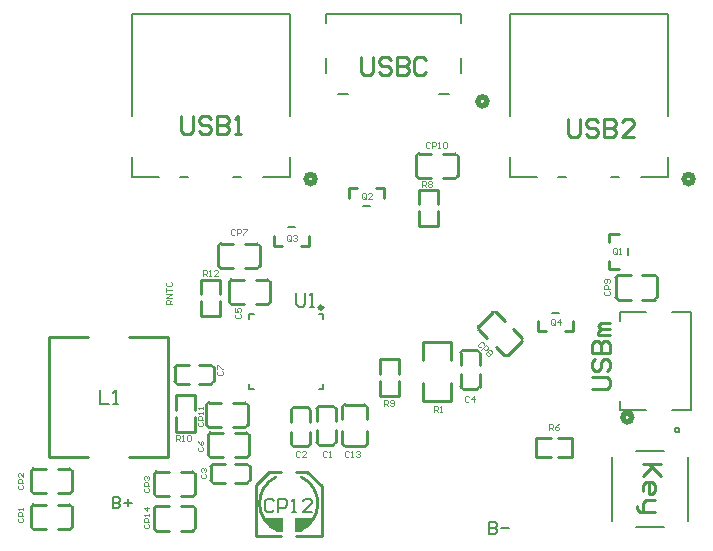
<source format=gbr>
G04*
G04 #@! TF.GenerationSoftware,Altium Limited,Altium Designer,24.3.1 (35)*
G04*
G04 Layer_Color=65535*
%FSLAX44Y44*%
%MOMM*%
G71*
G04*
G04 #@! TF.SameCoordinates,7C1B9C0E-2346-4955-A66A-820B0877C6A1*
G04*
G04*
G04 #@! TF.FilePolarity,Positive*
G04*
G01*
G75*
%ADD10C,0.5080*%
%ADD11C,0.2540*%
%ADD12C,0.3000*%
%ADD13C,0.1524*%
%ADD14C,0.2000*%
%ADD15C,0.1007*%
%ADD16C,0.1000*%
%ADD17C,0.2032*%
G36*
X603250Y430530D02*
X618490D01*
Y419100D01*
X613410D01*
X603250Y429260D01*
Y430530D01*
D02*
G37*
G36*
X643890D02*
X628650D01*
Y419100D01*
X633730D01*
X643890Y429260D01*
Y430530D01*
D02*
G37*
D10*
X914070Y516095D02*
G03*
X914070Y516095I-3810J0D01*
G01*
X791461Y783590D02*
G03*
X791461Y783590I-3810J0D01*
G01*
X965962Y717815D02*
G03*
X965962Y717815I-3810J0D01*
G01*
X645922D02*
G03*
X645922Y717815I-3810J0D01*
G01*
D11*
X597160Y642380D02*
G03*
X599160Y644380I0J2000D01*
G01*
X599160Y661180D02*
G03*
X597160Y663180I-2000J0D01*
G01*
X564160Y644380D02*
G03*
X566160Y642380I2000J0D01*
G01*
Y663180D02*
G03*
X564160Y661180I0J-2000D01*
G01*
X606050Y611900D02*
G03*
X608050Y613900I0J2000D01*
G01*
Y630700D02*
G03*
X606050Y632700I-2000J0D01*
G01*
X573050Y613900D02*
G03*
X575050Y611900I2000J0D01*
G01*
Y632700D02*
G03*
X573050Y630700I0J-2000D01*
G01*
X733800Y739380D02*
G03*
X731800Y737380I0J-2000D01*
G01*
Y720581D02*
G03*
X733800Y718580I2000J0D01*
G01*
X766800Y737380D02*
G03*
X764800Y739380I-2000J0D01*
G01*
Y718580D02*
G03*
X766800Y720581I0J2000D01*
G01*
X799034Y605054D02*
G03*
X796205Y605054I-1415J-1415D01*
G01*
X784326Y593175D02*
G03*
X784326Y590346I1414J-1414D01*
G01*
X820954Y580305D02*
G03*
X820954Y583134I-1415J1415D01*
G01*
X806246Y568426D02*
G03*
X809075Y568426I1415J1415D01*
G01*
X769240Y541870D02*
G03*
X771240Y539870I2000J0D01*
G01*
X783240D02*
G03*
X785240Y541870I0J2000D01*
G01*
X771240Y572870D02*
G03*
X769240Y570870I0J-2000D01*
G01*
X785240Y570870D02*
G03*
X783240Y572870I-2000J0D01*
G01*
X559540Y476630D02*
G03*
X557540Y474630I0J-2000D01*
G01*
Y462630D02*
G03*
X559540Y460630I2000J0D01*
G01*
X590540Y474630D02*
G03*
X588540Y476630I-2000J0D01*
G01*
X588540Y460630D02*
G03*
X590540Y462630I0J2000D01*
G01*
X556000Y528560D02*
G03*
X554000Y526559I0J-2000D01*
G01*
X554000Y509760D02*
G03*
X556000Y507760I2000J0D01*
G01*
X589000Y526559D02*
G03*
X587000Y528560I-2000J0D01*
G01*
Y507760D02*
G03*
X589000Y509761I0J2000D01*
G01*
X647320Y494770D02*
G03*
X649320Y492770I2000J0D01*
G01*
X661320D02*
G03*
X663320Y494770I0J2000D01*
G01*
X649320Y525770D02*
G03*
X647320Y523770I0J-2000D01*
G01*
X663320Y523770D02*
G03*
X661320Y525770I-2000J0D01*
G01*
X669050Y493770D02*
G03*
X671050Y491770I2000J0D01*
G01*
X687850D02*
G03*
X689850Y493770I0J2000D01*
G01*
X671050Y526770D02*
G03*
X669050Y524770I0J-2000D01*
G01*
X689850D02*
G03*
X687850Y526770I-2000J0D01*
G01*
X588270Y482360D02*
G03*
X590270Y484361I0J2000D01*
G01*
Y501160D02*
G03*
X588270Y503160I-2000J0D01*
G01*
X555270Y484360D02*
G03*
X557270Y482360I2000J0D01*
G01*
Y503160D02*
G03*
X555270Y501160I0J-2000D01*
G01*
X641730Y522500D02*
G03*
X639730Y524500I-2000J0D01*
G01*
X627730D02*
G03*
X625730Y522500I0J-2000D01*
G01*
X639730Y491500D02*
G03*
X641730Y493500I0J2000D01*
G01*
X625730Y493500D02*
G03*
X627730Y491500I2000J0D01*
G01*
X529060Y560450D02*
G03*
X527060Y558450I0J-2000D01*
G01*
Y546450D02*
G03*
X529060Y544450I2000J0D01*
G01*
X560060Y558450D02*
G03*
X558060Y560450I-2000J0D01*
G01*
X558060Y544450D02*
G03*
X560060Y546450I0J2000D01*
G01*
X511550Y440930D02*
G03*
X509550Y438929I0J-2000D01*
G01*
X509550Y422130D02*
G03*
X511550Y420130I2000J0D01*
G01*
X544550Y438929D02*
G03*
X542550Y440930I-2000J0D01*
G01*
Y420130D02*
G03*
X544550Y422131I0J2000D01*
G01*
X511550Y470140D02*
G03*
X509550Y468139I0J-2000D01*
G01*
X509550Y451340D02*
G03*
X511550Y449340I2000J0D01*
G01*
X544550Y468139D02*
G03*
X542550Y470140I-2000J0D01*
G01*
Y449340D02*
G03*
X544550Y451340I0J2000D01*
G01*
X438410Y451880D02*
G03*
X440410Y453881I0J2000D01*
G01*
X440410Y470680D02*
G03*
X438410Y472680I-2000J0D01*
G01*
X405410Y453881D02*
G03*
X407410Y451880I2000J0D01*
G01*
Y472680D02*
G03*
X405410Y470680I0J-2000D01*
G01*
X438410Y421400D02*
G03*
X440410Y423400I0J2000D01*
G01*
X440410Y440200D02*
G03*
X438410Y442200I-2000J0D01*
G01*
X405410Y423400D02*
G03*
X407410Y421400I2000J0D01*
G01*
Y442200D02*
G03*
X405410Y440200I0J-2000D01*
G01*
X933550Y615710D02*
G03*
X935550Y617710I0J2000D01*
G01*
X935550Y634510D02*
G03*
X933550Y636510I-2000J0D01*
G01*
X900550Y617710D02*
G03*
X902550Y615710I2000J0D01*
G01*
Y636510D02*
G03*
X900550Y634510I0J-2000D01*
G01*
X632612Y420040D02*
G03*
X634162Y465709I-9367J23179D01*
G01*
X612978D02*
G03*
X614883Y419913I10932J-22483D01*
G01*
X564160Y644780D02*
Y660780D01*
X599160Y660780D02*
X599160Y644780D01*
X566160Y663180D02*
X576660D01*
X566160Y642380D02*
X576660D01*
X586660Y663180D02*
X597160D01*
X586660Y642380D02*
X597160D01*
X599160Y644581D02*
Y644780D01*
Y644380D02*
Y644780D01*
X599160Y660780D02*
Y661180D01*
X564160Y644380D02*
Y644780D01*
Y660780D02*
Y661180D01*
X549581Y601714D02*
X565581D01*
X565530Y620219D02*
Y632720D01*
X549530Y620219D02*
Y632720D01*
X565581Y601714D02*
Y614213D01*
X549581Y601714D02*
Y614213D01*
X549530Y632720D02*
X565530D01*
X420624Y583692D02*
X453644D01*
X420624Y482600D02*
Y583692D01*
Y482600D02*
X453644D01*
X488696D02*
X521716D01*
Y583692D01*
X488696D02*
X521716D01*
X608050Y613900D02*
Y614300D01*
Y630300D02*
Y630700D01*
X573050Y613900D02*
Y614300D01*
X573050Y630300D02*
Y630700D01*
Y630300D02*
Y630499D01*
X575050Y632700D02*
X585550D01*
X575050Y611900D02*
X585550D01*
X595550Y632700D02*
X606050D01*
X595550Y611900D02*
X606050D01*
X573050Y630300D02*
X573050Y614300D01*
X608050Y614300D02*
Y630300D01*
X731800Y736980D02*
Y737380D01*
Y720581D02*
Y720980D01*
X766800Y736980D02*
Y737380D01*
X766800Y720581D02*
Y720980D01*
Y720781D02*
Y720980D01*
X754300Y718580D02*
X764800D01*
X754300Y739380D02*
X764800D01*
X733800Y718580D02*
X744300D01*
X733800Y739380D02*
X744300D01*
X766800Y736980D02*
X766800Y720980D01*
X731800D02*
Y736980D01*
X809358Y568708D02*
X820672Y580022D01*
X784609Y593457D02*
X795922Y604772D01*
X798822Y575850D02*
X806246Y568426D01*
X813530Y590558D02*
X820954Y583134D01*
X784326Y590346D02*
X791750Y582922D01*
X799034Y605054D02*
X806458Y597630D01*
X795922Y604772D02*
X796063Y604912D01*
X795922Y604772D02*
X796205Y605054D01*
X784326Y593175D02*
X784609Y593457D01*
X820672Y580022D02*
X820954Y580305D01*
X809075Y568426D02*
X809358Y568708D01*
X769240Y541870D02*
Y542370D01*
X785240Y541870D02*
Y542370D01*
X769240Y570370D02*
Y570870D01*
X785240Y570370D02*
Y570870D01*
X771240Y572870D02*
X783240D01*
X769240Y542370D02*
Y552369D01*
X785240Y542370D02*
Y552369D01*
X769240Y560370D02*
Y570370D01*
X785240Y560370D02*
Y570370D01*
X771240Y539870D02*
X783240D01*
X590540Y462630D02*
Y474630D01*
X560040Y476630D02*
X570040D01*
X560040Y460630D02*
X570040D01*
X578041Y476630D02*
X588040D01*
X578041Y460630D02*
X588040D01*
X557540Y462630D02*
Y474630D01*
X559540Y476630D02*
X560040D01*
X559540Y460630D02*
X560040D01*
X588040Y476630D02*
X588540D01*
X588040Y460630D02*
X588540D01*
X589000Y510160D02*
Y526160D01*
X554000D02*
X554000Y510160D01*
X576500Y507760D02*
X587000D01*
X576500Y528560D02*
X587000D01*
X556000Y507760D02*
X566500D01*
X556000Y528560D02*
X566500D01*
X554000Y526160D02*
Y526359D01*
Y526160D02*
Y526559D01*
X554000Y509760D02*
Y510160D01*
X589000Y526160D02*
Y526559D01*
Y509761D02*
Y510160D01*
X700609Y565416D02*
X716609D01*
X700660Y534410D02*
Y546911D01*
X716660Y534410D02*
Y546911D01*
X700609Y552917D02*
Y565416D01*
X716609Y552917D02*
Y565416D01*
X700660Y534410D02*
X716660D01*
X647320Y494770D02*
Y495270D01*
X663320Y494770D02*
Y495270D01*
X647320Y523270D02*
Y523770D01*
X663320Y523270D02*
Y523770D01*
X649320Y525770D02*
X661320D01*
X647320Y495270D02*
Y505269D01*
X663320Y495270D02*
Y505269D01*
X647320Y513270D02*
Y523270D01*
X663320Y513270D02*
Y523270D01*
X649320Y492770D02*
X661320D01*
X733731Y677914D02*
X749731D01*
X749680Y696419D02*
Y708920D01*
X733680Y696419D02*
Y708920D01*
X749731Y677914D02*
Y690413D01*
X733731Y677914D02*
Y690413D01*
X733680Y708920D02*
X749680D01*
X737300Y579989D02*
X761300D01*
X737300Y529990D02*
Y544990D01*
X761300Y529990D02*
Y544990D01*
X737300Y564990D02*
Y579989D01*
X761300Y564990D02*
Y579989D01*
X737300Y529990D02*
X761300D01*
X671050Y491770D02*
X671450D01*
X687450D02*
X687850D01*
X671050Y526770D02*
X671450D01*
X687450Y526770D02*
X687850D01*
X687450D02*
X687649D01*
X689850Y514270D02*
Y524770D01*
X669050Y514270D02*
Y524770D01*
X689850Y493770D02*
Y504270D01*
X669050Y493770D02*
Y504270D01*
X671450Y526770D02*
X687450Y526770D01*
X671450Y491770D02*
X687450D01*
X590270Y484361D02*
Y484760D01*
Y500760D02*
Y501160D01*
X555270Y484360D02*
Y484760D01*
X555270Y500760D02*
Y501160D01*
Y500760D02*
Y500959D01*
X557270Y503160D02*
X567770D01*
X557270Y482360D02*
X567770D01*
X577770Y503160D02*
X588270D01*
X577770Y482360D02*
X588270D01*
X555270Y500760D02*
X555270Y484760D01*
X590270Y484760D02*
Y500760D01*
X527941Y503924D02*
X543941D01*
X543890Y522429D02*
Y534930D01*
X527890Y522429D02*
Y534930D01*
X543941Y503924D02*
Y516423D01*
X527941Y503924D02*
Y516423D01*
X527890Y534930D02*
X543890D01*
X675010Y701929D02*
Y710080D01*
X681609D01*
X697611D02*
X704210D01*
X697611D02*
X704210D01*
X697611D02*
X704210D01*
Y701929D02*
Y710080D01*
X864230Y589130D02*
Y597281D01*
X857631Y589130D02*
X864230D01*
X835030D02*
X841629D01*
X835030D02*
X841629D01*
X835030D02*
X841629D01*
X835030D02*
Y597281D01*
X627730Y491500D02*
X639730D01*
X641730Y512000D02*
Y522000D01*
X625730Y512000D02*
Y522000D01*
X641730Y494000D02*
Y503999D01*
X625730Y494000D02*
Y503999D01*
X627730Y524500D02*
X639730D01*
X641730Y522000D02*
Y522500D01*
X625730Y522000D02*
Y522500D01*
X641730Y493500D02*
Y494000D01*
X625730Y493500D02*
Y494000D01*
X560060Y546450D02*
Y558450D01*
X529560Y560450D02*
X539560D01*
X529560Y544450D02*
X539560D01*
X547561Y560450D02*
X557560D01*
X547561Y544450D02*
X557560D01*
X527060Y546450D02*
Y558450D01*
X529060Y560450D02*
X529560D01*
X529060Y544450D02*
X529560D01*
X557560Y560450D02*
X558060D01*
X557560Y544450D02*
X558060D01*
X832860Y482220D02*
Y498220D01*
X851367Y482271D02*
X863866D01*
X851367Y498271D02*
X863866D01*
X832860Y482220D02*
X845361D01*
X832860Y498220D02*
X845361D01*
X863866Y482271D02*
Y498271D01*
X544550Y422530D02*
Y438530D01*
X509550D02*
X509550Y422530D01*
X532050Y420130D02*
X542550D01*
X532050Y440930D02*
X542550D01*
X511550Y420130D02*
X522050D01*
X511550Y440930D02*
X522050D01*
X509550Y438530D02*
Y438729D01*
Y438530D02*
Y438929D01*
X509550Y422130D02*
Y422530D01*
X544550Y438530D02*
Y438929D01*
Y422131D02*
Y422530D01*
Y451740D02*
Y467740D01*
X509550D02*
X509550Y451740D01*
X532050Y449340D02*
X542550D01*
X532050Y470140D02*
X542550D01*
X511550Y449340D02*
X522050D01*
X511550Y470140D02*
X522050D01*
X509550Y467740D02*
Y467939D01*
Y467740D02*
Y468139D01*
X509550Y451340D02*
Y451740D01*
X544550Y467740D02*
Y468139D01*
Y451340D02*
Y451740D01*
X405410Y454280D02*
Y470280D01*
X440410Y470280D02*
X440410Y454280D01*
X407410Y472680D02*
X417910D01*
X407410Y451880D02*
X417910D01*
X427910Y472680D02*
X438410D01*
X427910Y451880D02*
X438410D01*
X440410Y454081D02*
Y454280D01*
Y453881D02*
Y454280D01*
X440410Y470280D02*
Y470680D01*
X405410Y453881D02*
Y454280D01*
Y470280D02*
Y470680D01*
Y423800D02*
Y439800D01*
X440410Y439800D02*
X440410Y423800D01*
X407410Y442200D02*
X417910D01*
X407410Y421400D02*
X417910D01*
X427910Y442200D02*
X438410D01*
X427910Y421400D02*
X438410D01*
X440410Y423601D02*
Y423800D01*
Y423400D02*
Y423800D01*
X440410Y439800D02*
Y440200D01*
X405410Y423400D02*
Y423800D01*
Y439800D02*
Y440200D01*
X900550Y618110D02*
Y634110D01*
X935550Y634110D02*
X935550Y618110D01*
X902550Y636510D02*
X913050D01*
X902550Y615710D02*
X913050D01*
X923050Y636510D02*
X933550D01*
X923050Y615710D02*
X933550D01*
X935550Y617911D02*
Y618110D01*
Y617710D02*
Y618110D01*
X935550Y634110D02*
Y634510D01*
X900550Y617710D02*
Y618110D01*
Y634110D02*
Y634510D01*
X611510Y661520D02*
X618109D01*
X611510D02*
X618109D01*
X611510D02*
X618109D01*
X611510D02*
Y669671D01*
X640710Y661520D02*
Y669671D01*
X634111Y661520D02*
X640710D01*
X895200Y664591D02*
Y671190D01*
Y664591D02*
Y671190D01*
Y664591D02*
Y671190D01*
X903351D01*
X895200Y641990D02*
X903351D01*
X895200D02*
Y648589D01*
X629920Y415290D02*
X651510D01*
Y457835D01*
X639445Y469900D02*
X651510Y457835D01*
X629920Y469900D02*
X639445D01*
X595630Y415290D02*
X617220D01*
X595630D02*
Y458470D01*
X607060Y469900D01*
X617220D01*
X880113Y539759D02*
X892808D01*
X895348Y542298D01*
Y547377D01*
X892808Y549916D01*
X880113D01*
X882652Y565151D02*
X880113Y562612D01*
Y557533D01*
X882652Y554994D01*
X885191D01*
X887730Y557533D01*
Y562612D01*
X890269Y565151D01*
X892808D01*
X895348Y562612D01*
Y557533D01*
X892808Y554994D01*
X880113Y570229D02*
X895348D01*
Y577847D01*
X892808Y580386D01*
X890269D01*
X887730Y577847D01*
Y570229D01*
Y577847D01*
X885191Y580386D01*
X882652D01*
X880113Y577847D01*
Y570229D01*
X895348Y585464D02*
X885191D01*
Y588003D01*
X887730Y590543D01*
X895348D01*
X887730D01*
X885191Y593082D01*
X887730Y595621D01*
X895348D01*
X938527Y476243D02*
X923292D01*
X928370D01*
X938527Y466087D01*
X930909Y473704D01*
X923292Y466087D01*
Y453391D02*
Y458469D01*
X925831Y461008D01*
X930909D01*
X933448Y458469D01*
Y453391D01*
X930909Y450852D01*
X928370D01*
Y461008D01*
X933448Y445773D02*
X925831D01*
X923292Y443234D01*
Y435617D01*
X920752D01*
X918213Y438156D01*
Y440695D01*
X923292Y435617D02*
X933448D01*
X684409Y821035D02*
Y808339D01*
X686948Y805800D01*
X692027D01*
X694566Y808339D01*
Y821035D01*
X709801Y818496D02*
X707262Y821035D01*
X702183D01*
X699644Y818496D01*
Y815956D01*
X702183Y813417D01*
X707262D01*
X709801Y810878D01*
Y808339D01*
X707262Y805800D01*
X702183D01*
X699644Y808339D01*
X714879Y821035D02*
Y805800D01*
X722497D01*
X725036Y808339D01*
Y810878D01*
X722497Y813417D01*
X714879D01*
X722497D01*
X725036Y815956D01*
Y818496D01*
X722497Y821035D01*
X714879D01*
X740271Y818496D02*
X737732Y821035D01*
X732653D01*
X730114Y818496D01*
Y808339D01*
X732653Y805800D01*
X737732D01*
X740271Y808339D01*
X859799Y768347D02*
Y755652D01*
X862338Y753112D01*
X867417D01*
X869956Y755652D01*
Y768347D01*
X885191Y765808D02*
X882652Y768347D01*
X877573D01*
X875034Y765808D01*
Y763269D01*
X877573Y760730D01*
X882652D01*
X885191Y758191D01*
Y755652D01*
X882652Y753112D01*
X877573D01*
X875034Y755652D01*
X890269Y768347D02*
Y753112D01*
X897887D01*
X900426Y755652D01*
Y758191D01*
X897887Y760730D01*
X890269D01*
X897887D01*
X900426Y763269D01*
Y765808D01*
X897887Y768347D01*
X890269D01*
X915661Y753112D02*
X905504D01*
X915661Y763269D01*
Y765808D01*
X913122Y768347D01*
X908043D01*
X905504Y765808D01*
X532138Y770888D02*
Y758192D01*
X534677Y755652D01*
X539756D01*
X542295Y758192D01*
Y770888D01*
X557530Y768348D02*
X554991Y770888D01*
X549912D01*
X547373Y768348D01*
Y765809D01*
X549912Y763270D01*
X554991D01*
X557530Y760731D01*
Y758192D01*
X554991Y755652D01*
X549912D01*
X547373Y758192D01*
X562608Y770888D02*
Y755652D01*
X570226D01*
X572765Y758192D01*
Y760731D01*
X570226Y763270D01*
X562608D01*
X570226D01*
X572765Y765809D01*
Y768348D01*
X570226Y770888D01*
X562608D01*
X577843Y755652D02*
X582922D01*
X580383D01*
Y770888D01*
X577843Y768348D01*
D12*
X650880Y607489D02*
G03*
X650855Y607489I-13J1500D01*
G01*
D13*
X954532Y505217D02*
G03*
X954532Y505217I-2032J0D01*
G01*
X904490Y604995D02*
X926464D01*
X948056Y522445D02*
X963926D01*
X904490D02*
Y530173D01*
Y522445D02*
X926464D01*
X904490Y597267D02*
Y604995D01*
X948056D02*
X963926D01*
Y522445D02*
Y604995D01*
X654809Y857359D02*
X769871D01*
X654809Y849874D02*
Y857359D01*
X664951Y789795D02*
X674049D01*
X769871Y807842D02*
Y820305D01*
X750631Y789795D02*
X759729D01*
X769871Y849874D02*
Y857359D01*
X654809Y807842D02*
Y820305D01*
X917318Y487437D02*
X941682D01*
X961758Y428280D02*
Y482079D01*
X917318Y422921D02*
X941682D01*
X897242Y428280D02*
Y482079D01*
X944372Y771205D02*
Y857885D01*
X896485Y719455D02*
X903655D01*
X851485D02*
X858655D01*
X921485D02*
X944372D01*
Y736426D01*
X810768Y719455D02*
X833655D01*
X810768Y771205D02*
Y857885D01*
X944372D01*
X810768Y719455D02*
Y736426D01*
X624332Y771205D02*
Y857885D01*
X576445Y719455D02*
X583615D01*
X531445D02*
X538615D01*
X601445D02*
X624332D01*
Y736426D01*
X490728Y719455D02*
X513615D01*
X490728Y771205D02*
Y857885D01*
X624332D01*
X490728Y719455D02*
Y736426D01*
X463670Y538857D02*
Y527431D01*
X471288D01*
X475097D02*
X478905D01*
X477001D01*
Y538857D01*
X475097Y536953D01*
X630174Y621280D02*
Y611758D01*
X632078Y609854D01*
X635887D01*
X637791Y611758D01*
Y621280D01*
X641600Y609854D02*
X645409D01*
X643505D01*
Y621280D01*
X641600Y619376D01*
X611121Y445386D02*
X609217Y447290D01*
X605408D01*
X603504Y445386D01*
Y437768D01*
X605408Y435864D01*
X609217D01*
X611121Y437768D01*
X614930Y435864D02*
Y447290D01*
X620644D01*
X622548Y445386D01*
Y441577D01*
X620644Y439673D01*
X614930D01*
X626357Y435864D02*
X630165D01*
X628261D01*
Y447290D01*
X626357Y445386D01*
X643496Y435864D02*
X635879D01*
X643496Y443481D01*
Y445386D01*
X641592Y447290D01*
X637783D01*
X635879Y445386D01*
D14*
X589891Y599480D02*
Y603480D01*
X593891Y603480D01*
X589891Y540480D02*
Y544480D01*
Y540480D02*
X593891Y540480D01*
X652891Y540480D02*
Y544480D01*
X648891Y540480D02*
X652891D01*
X648891Y603480D02*
X652891D01*
Y599480D02*
Y603480D01*
X686610Y694581D02*
X692610D01*
X846630Y604629D02*
X852630D01*
X623111Y677019D02*
X629109D01*
X910699Y653590D02*
Y659589D01*
D15*
X524773Y611877D02*
X519695D01*
Y614416D01*
X520541Y615262D01*
X522234D01*
X523080Y614416D01*
Y611877D01*
Y613570D02*
X524773Y615262D01*
Y616955D02*
X519695D01*
X524773Y620341D01*
X519695D01*
Y622034D02*
Y625419D01*
Y623726D01*
X524773D01*
X520541Y630498D02*
X519695Y629651D01*
Y627958D01*
X520541Y627112D01*
X523927D01*
X524773Y627958D01*
Y629651D01*
X523927Y630498D01*
D16*
X578388Y674725D02*
X577555Y675558D01*
X575889D01*
X575056Y674725D01*
Y671393D01*
X575889Y670560D01*
X577555D01*
X578388Y671393D01*
X580054Y670560D02*
Y675558D01*
X582553D01*
X583387Y674725D01*
Y673059D01*
X582553Y672226D01*
X580054D01*
X585053Y675558D02*
X588385D01*
Y674725D01*
X585053Y671393D01*
Y670560D01*
X550910Y636000D02*
Y640998D01*
X553409D01*
X554242Y640165D01*
Y638499D01*
X553409Y637666D01*
X550910D01*
X552576D02*
X554242Y636000D01*
X555908D02*
X557575D01*
X556741D01*
Y640998D01*
X555908Y640165D01*
X563406Y636000D02*
X560074D01*
X563406Y639332D01*
Y640165D01*
X562573Y640998D01*
X560907D01*
X560074Y640165D01*
X579173Y603264D02*
X578340Y602431D01*
Y600765D01*
X579173Y599932D01*
X582505D01*
X583338Y600765D01*
Y602431D01*
X582505Y603264D01*
X578340Y608263D02*
Y604930D01*
X580839D01*
X580006Y606596D01*
Y607430D01*
X580839Y608263D01*
X582505D01*
X583338Y607430D01*
Y605763D01*
X582505Y604930D01*
X688878Y701873D02*
Y705205D01*
X688045Y706038D01*
X686379D01*
X685546Y705205D01*
Y701873D01*
X686379Y701040D01*
X688045D01*
X687212Y702706D02*
X688878Y701040D01*
X688045D02*
X688878Y701873D01*
X693877Y701040D02*
X690544D01*
X693877Y704372D01*
Y705205D01*
X693044Y706038D01*
X691377D01*
X690544Y705205D01*
X848882Y594923D02*
Y598255D01*
X848049Y599088D01*
X846383D01*
X845550Y598255D01*
Y594923D01*
X846383Y594090D01*
X848049D01*
X847216Y595756D02*
X848882Y594090D01*
X848049D02*
X848882Y594923D01*
X853047Y594090D02*
Y599088D01*
X850548Y596589D01*
X853881D01*
X632982Y486495D02*
X632149Y487328D01*
X630483D01*
X629650Y486495D01*
Y483163D01*
X630483Y482330D01*
X632149D01*
X632982Y483163D01*
X637981Y482330D02*
X634648D01*
X637981Y485662D01*
Y486495D01*
X637147Y487328D01*
X635481D01*
X634648Y486495D01*
X655842D02*
X655009Y487328D01*
X653343D01*
X652510Y486495D01*
Y483163D01*
X653343Y482330D01*
X655009D01*
X655842Y483163D01*
X657508Y482330D02*
X659174D01*
X658341D01*
Y487328D01*
X657508Y486495D01*
X776492Y533485D02*
X775659Y534318D01*
X773993D01*
X773160Y533485D01*
Y530153D01*
X773993Y529320D01*
X775659D01*
X776492Y530153D01*
X780658Y529320D02*
Y534318D01*
X778158Y531819D01*
X781491D01*
X549825Y467882D02*
X548992Y467049D01*
Y465383D01*
X549825Y464550D01*
X553157D01*
X553990Y465383D01*
Y467049D01*
X553157Y467882D01*
X549825Y469548D02*
X548992Y470381D01*
Y472048D01*
X549825Y472881D01*
X550658D01*
X551491Y472048D01*
Y471214D01*
Y472048D01*
X552324Y472881D01*
X553157D01*
X553990Y472048D01*
Y470381D01*
X553157Y469548D01*
X563795Y555512D02*
X562962Y554679D01*
Y553013D01*
X563795Y552180D01*
X567127D01*
X567960Y553013D01*
Y554679D01*
X567127Y555512D01*
X562962Y557178D02*
Y560511D01*
X563795D01*
X567127Y557178D01*
X567960D01*
X844296Y505714D02*
Y510712D01*
X846795D01*
X847628Y509879D01*
Y508213D01*
X846795Y507380D01*
X844296D01*
X845962D02*
X847628Y505714D01*
X852627Y510712D02*
X850960Y509879D01*
X849294Y508213D01*
Y506547D01*
X850127Y505714D01*
X851794D01*
X852627Y506547D01*
Y507380D01*
X851794Y508213D01*
X849294D01*
X528050Y496300D02*
Y501298D01*
X530549D01*
X531382Y500465D01*
Y498799D01*
X530549Y497966D01*
X528050D01*
X529716D02*
X531382Y496300D01*
X533048D02*
X534715D01*
X533881D01*
Y501298D01*
X533048Y500465D01*
X537214D02*
X538047Y501298D01*
X539713D01*
X540546Y500465D01*
Y497133D01*
X539713Y496300D01*
X538047D01*
X537214Y497133D01*
Y500465D01*
X704580Y525510D02*
Y530508D01*
X707079D01*
X707912Y529675D01*
Y528009D01*
X707079Y527176D01*
X704580D01*
X706246D02*
X707912Y525510D01*
X709578Y526343D02*
X710411Y525510D01*
X712077D01*
X712911Y526343D01*
Y529675D01*
X712077Y530508D01*
X710411D01*
X709578Y529675D01*
Y528842D01*
X710411Y528009D01*
X712911D01*
X736330Y710930D02*
Y715928D01*
X738829D01*
X739662Y715095D01*
Y713429D01*
X738829Y712596D01*
X736330D01*
X737996D02*
X739662Y710930D01*
X741328Y715095D02*
X742161Y715928D01*
X743828D01*
X744661Y715095D01*
Y714262D01*
X743828Y713429D01*
X744661Y712596D01*
Y711763D01*
X743828Y710930D01*
X742161D01*
X741328Y711763D01*
Y712596D01*
X742161Y713429D01*
X741328Y714262D01*
Y715095D01*
X742161Y713429D02*
X743828D01*
X788588Y577564D02*
X788588Y578742D01*
X787410Y579920D01*
X786232Y579920D01*
X783876Y577564D01*
Y576386D01*
X785054Y575208D01*
X786232D01*
X786821Y573441D02*
X790355Y576975D01*
X792122Y575208D01*
Y574030D01*
X790944Y572851D01*
X789766D01*
X787999Y574619D01*
X793300Y572851D02*
X794479D01*
X795657Y571673D01*
Y570495D01*
X795068Y569906D01*
X793890D01*
Y568728D01*
X793300Y568139D01*
X792122D01*
X790944Y569317D01*
Y570495D01*
X791533Y571084D01*
X792711D01*
Y572262D01*
X793300Y572851D01*
X792711Y571084D02*
X793890Y569906D01*
X547285Y512332D02*
X546452Y511499D01*
Y509833D01*
X547285Y509000D01*
X550617D01*
X551450Y509833D01*
Y511499D01*
X550617Y512332D01*
X551450Y513998D02*
X546452D01*
Y516497D01*
X547285Y517331D01*
X548951D01*
X549784Y516497D01*
Y513998D01*
X551450Y518997D02*
Y520663D01*
Y519830D01*
X546452D01*
X547285Y518997D01*
X551450Y523162D02*
Y524828D01*
Y523995D01*
X546452D01*
X547285Y523162D01*
Y490742D02*
X546452Y489909D01*
Y488243D01*
X547285Y487410D01*
X550617D01*
X551450Y488243D01*
Y489909D01*
X550617Y490742D01*
X546452Y495741D02*
X547285Y494075D01*
X548951Y492408D01*
X550617D01*
X551450Y493241D01*
Y494907D01*
X550617Y495741D01*
X549784D01*
X548951Y494907D01*
Y492408D01*
X501565Y425972D02*
X500732Y425139D01*
Y423473D01*
X501565Y422640D01*
X504897D01*
X505730Y423473D01*
Y425139D01*
X504897Y425972D01*
X505730Y427638D02*
X500732D01*
Y430137D01*
X501565Y430971D01*
X503231D01*
X504064Y430137D01*
Y427638D01*
X505730Y432637D02*
Y434303D01*
Y433470D01*
X500732D01*
X501565Y432637D01*
X505730Y439301D02*
X500732D01*
X503231Y436802D01*
Y440134D01*
X501565Y456452D02*
X500732Y455619D01*
Y453953D01*
X501565Y453120D01*
X504897D01*
X505730Y453953D01*
Y455619D01*
X504897Y456452D01*
X505730Y458118D02*
X500732D01*
Y460617D01*
X501565Y461451D01*
X503231D01*
X504064Y460617D01*
Y458118D01*
X501565Y463117D02*
X500732Y463950D01*
Y465616D01*
X501565Y466449D01*
X502398D01*
X503231Y465616D01*
Y464783D01*
Y465616D01*
X504064Y466449D01*
X504897D01*
X505730Y465616D01*
Y463950D01*
X504897Y463117D01*
X394885Y458992D02*
X394052Y458159D01*
Y456493D01*
X394885Y455660D01*
X398217D01*
X399050Y456493D01*
Y458159D01*
X398217Y458992D01*
X399050Y460658D02*
X394052D01*
Y463158D01*
X394885Y463991D01*
X396551D01*
X397384Y463158D01*
Y460658D01*
X399050Y468989D02*
Y465657D01*
X395718Y468989D01*
X394885D01*
X394052Y468156D01*
Y466490D01*
X394885Y465657D01*
Y431052D02*
X394052Y430219D01*
Y428553D01*
X394885Y427720D01*
X398217D01*
X399050Y428553D01*
Y430219D01*
X398217Y431052D01*
X399050Y432718D02*
X394052D01*
Y435218D01*
X394885Y436051D01*
X396551D01*
X397384Y435218D01*
Y432718D01*
X399050Y437717D02*
Y439383D01*
Y438550D01*
X394052D01*
X394885Y437717D01*
X891455Y622822D02*
X890622Y621989D01*
Y620323D01*
X891455Y619490D01*
X894787D01*
X895620Y620323D01*
Y621989D01*
X894787Y622822D01*
X895620Y624488D02*
X890622D01*
Y626987D01*
X891455Y627821D01*
X893121D01*
X893954Y626987D01*
Y624488D01*
X894787Y629487D02*
X895620Y630320D01*
Y631986D01*
X894787Y632819D01*
X891455D01*
X890622Y631986D01*
Y630320D01*
X891455Y629487D01*
X892288D01*
X893121Y630320D01*
Y632819D01*
X674892Y486495D02*
X674059Y487328D01*
X672393D01*
X671560Y486495D01*
Y483163D01*
X672393Y482330D01*
X674059D01*
X674892Y483163D01*
X676558Y482330D02*
X678224D01*
X677391D01*
Y487328D01*
X676558Y486495D01*
X680724D02*
X681557Y487328D01*
X683223D01*
X684056Y486495D01*
Y485662D01*
X683223Y484829D01*
X682390D01*
X683223D01*
X684056Y483996D01*
Y483163D01*
X683223Y482330D01*
X681557D01*
X680724Y483163D01*
X743472Y748115D02*
X742639Y748948D01*
X740973D01*
X740140Y748115D01*
Y744783D01*
X740973Y743950D01*
X742639D01*
X743472Y744783D01*
X745138Y743950D02*
Y748948D01*
X747637D01*
X748471Y748115D01*
Y746449D01*
X747637Y745616D01*
X745138D01*
X750137Y743950D02*
X751803D01*
X750970D01*
Y748948D01*
X750137Y748115D01*
X754302D02*
X755135Y748948D01*
X756801D01*
X757634Y748115D01*
Y744783D01*
X756801Y743950D01*
X755135D01*
X754302Y744783D01*
Y748115D01*
X625378Y666313D02*
Y669645D01*
X624545Y670478D01*
X622879D01*
X622046Y669645D01*
Y666313D01*
X622879Y665480D01*
X624545D01*
X623712Y667146D02*
X625378Y665480D01*
X624545D02*
X625378Y666313D01*
X627044Y669645D02*
X627877Y670478D01*
X629543D01*
X630377Y669645D01*
Y668812D01*
X629543Y667979D01*
X628711D01*
X629543D01*
X630377Y667146D01*
Y666313D01*
X629543Y665480D01*
X627877D01*
X627044Y666313D01*
X901730Y654883D02*
Y658215D01*
X900897Y659048D01*
X899231D01*
X898398Y658215D01*
Y654883D01*
X899231Y654050D01*
X900897D01*
X900064Y655716D02*
X901730Y654050D01*
X900897D02*
X901730Y654883D01*
X903396Y654050D02*
X905062D01*
X904229D01*
Y659048D01*
X903396Y658215D01*
X746490Y520430D02*
Y525428D01*
X748989D01*
X749822Y524595D01*
Y522929D01*
X748989Y522096D01*
X746490D01*
X748156D02*
X749822Y520430D01*
X751488D02*
X753155D01*
X752321D01*
Y525428D01*
X751488Y524595D01*
D17*
X793242Y427319D02*
Y417322D01*
X798240D01*
X799906Y418988D01*
Y420654D01*
X798240Y422320D01*
X793242D01*
X798240D01*
X799906Y423987D01*
Y425653D01*
X798240Y427319D01*
X793242D01*
X803239Y422320D02*
X809903D01*
X474472Y448909D02*
Y438912D01*
X479470D01*
X481137Y440578D01*
Y442244D01*
X479470Y443910D01*
X474472D01*
X479470D01*
X481137Y445577D01*
Y447243D01*
X479470Y448909D01*
X474472D01*
X484469Y443910D02*
X491133D01*
X487801Y447243D02*
Y440578D01*
M02*

</source>
